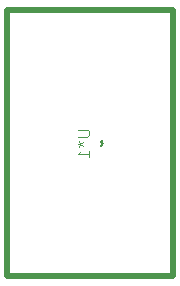
<source format=gbr>
%TF.GenerationSoftware,KiCad,Pcbnew,7.0.6*%
%TF.CreationDate,2023-09-18T21:36:18+08:00*%
%TF.ProjectId,UPS_Lite_Pi_Zero_Form,5550535f-4c69-4746-955f-50695f5a6572,rev?*%
%TF.SameCoordinates,Original*%
%TF.FileFunction,Legend,Bot*%
%TF.FilePolarity,Positive*%
%FSLAX46Y46*%
G04 Gerber Fmt 4.6, Leading zero omitted, Abs format (unit mm)*
G04 Created by KiCad (PCBNEW 7.0.6) date 2023-09-18 21:36:18*
%MOMM*%
%LPD*%
G01*
G04 APERTURE LIST*
%ADD10C,0.100000*%
%ADD11C,0.150000*%
%ADD12C,0.500000*%
G04 APERTURE END LIST*
D10*
X95937419Y-96017143D02*
X96746942Y-96017143D01*
X96746942Y-96017143D02*
X96842180Y-96064762D01*
X96842180Y-96064762D02*
X96889800Y-96112381D01*
X96889800Y-96112381D02*
X96937419Y-96207619D01*
X96937419Y-96207619D02*
X96937419Y-96398095D01*
X96937419Y-96398095D02*
X96889800Y-96493333D01*
X96889800Y-96493333D02*
X96842180Y-96540952D01*
X96842180Y-96540952D02*
X96746942Y-96588571D01*
X96746942Y-96588571D02*
X95937419Y-96588571D01*
X95937419Y-97207619D02*
X96175514Y-97207619D01*
X96080276Y-96969524D02*
X96175514Y-97207619D01*
X96175514Y-97207619D02*
X96080276Y-97445714D01*
X96365990Y-97064762D02*
X96175514Y-97207619D01*
X96175514Y-97207619D02*
X96365990Y-97350476D01*
X96937419Y-98350476D02*
X96937419Y-97779048D01*
X96937419Y-98064762D02*
X95937419Y-98064762D01*
X95937419Y-98064762D02*
X96080276Y-97969524D01*
X96080276Y-97969524D02*
X96175514Y-97874286D01*
X96175514Y-97874286D02*
X96223133Y-97779048D01*
D11*
X98053866Y-96898095D02*
X98006247Y-96945714D01*
X98006247Y-96945714D02*
X97958628Y-97040952D01*
X97958628Y-97040952D02*
X98053866Y-97231428D01*
X98053866Y-97231428D02*
X98006247Y-97326666D01*
X98006247Y-97326666D02*
X97958628Y-97374285D01*
D12*
%TO.C,U\u002A1*%
X103980000Y-85860000D02*
X89980000Y-85860000D01*
X103980000Y-85910000D02*
X103980000Y-108410000D01*
X89980000Y-85910000D02*
X89980000Y-108410000D01*
X103980000Y-108410000D02*
X89980000Y-108410000D01*
%TD*%
M02*

</source>
